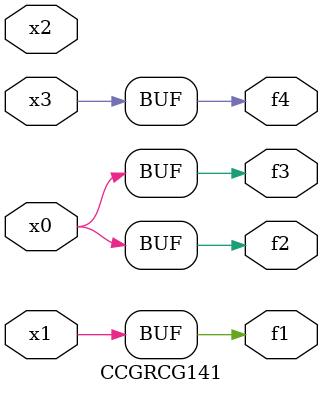
<source format=v>
module CCGRCG141(
	input x0, x1, x2, x3,
	output f1, f2, f3, f4
);
	assign f1 = x1;
	assign f2 = x0;
	assign f3 = x0;
	assign f4 = x3;
endmodule

</source>
